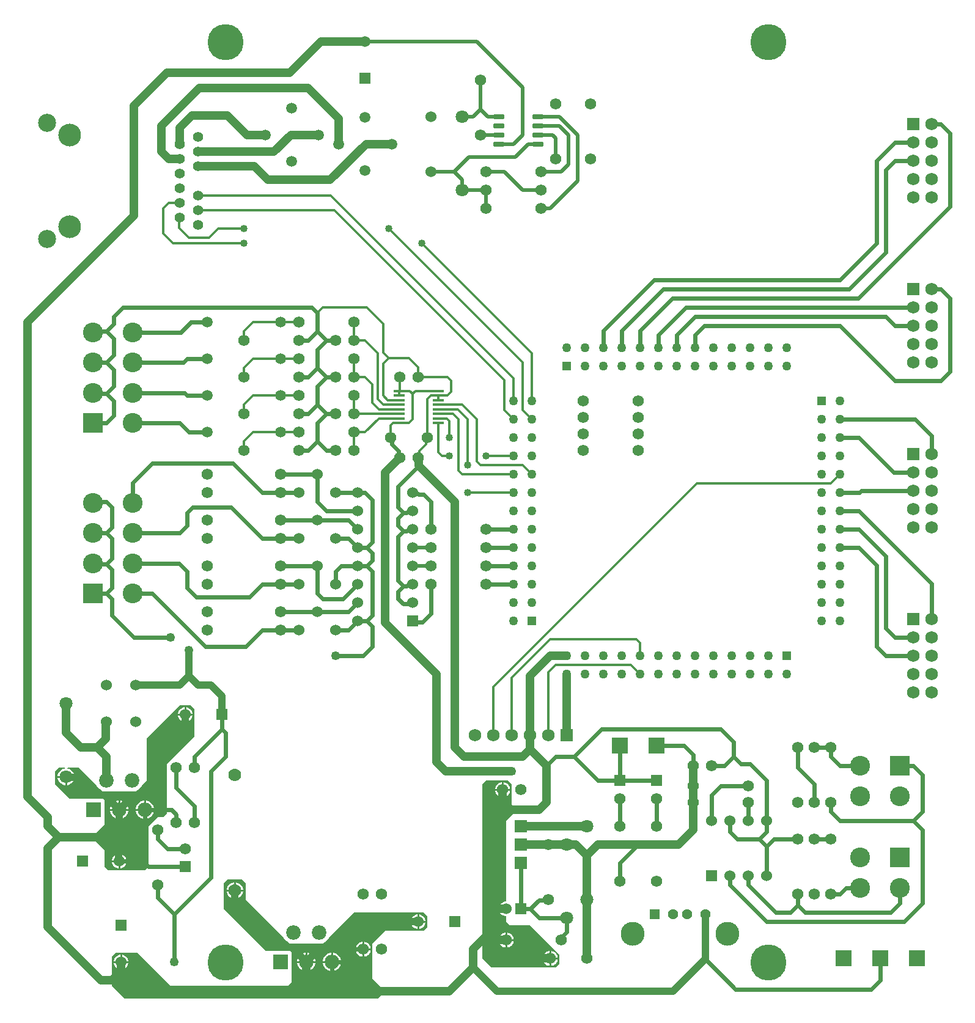
<source format=gbl>
G04*
G04 #@! TF.GenerationSoftware,Altium Limited,Altium Designer,22.6.1 (34)*
G04*
G04 Layer_Physical_Order=2*
G04 Layer_Color=16711680*
%FSLAX25Y25*%
%MOIN*%
G70*
G04*
G04 #@! TF.SameCoordinates,AF77A519-CAE8-4CE4-B455-2A79372E2E6D*
G04*
G04*
G04 #@! TF.FilePolarity,Positive*
G04*
G01*
G75*
%ADD34C,0.07000*%
%ADD43R,0.07000X0.07000*%
%ADD61C,0.02000*%
%ADD62C,0.02362*%
%ADD63C,0.04724*%
%ADD64C,0.01378*%
%ADD65R,0.10827X0.10827*%
%ADD66C,0.10827*%
%ADD67C,0.05622*%
%ADD68C,0.13055*%
%ADD69R,0.05622X0.05622*%
%ADD70C,0.05512*%
%ADD71C,0.12402*%
%ADD72C,0.09843*%
%ADD73C,0.06200*%
%ADD74C,0.06000*%
%ADD75R,0.09055X0.09055*%
%ADD76R,0.07950X0.07950*%
%ADD77C,0.07950*%
%ADD78C,0.05906*%
%ADD79R,0.06000X0.06000*%
%ADD80R,0.06000X0.06000*%
%ADD81C,0.19685*%
%ADD82R,0.06200X0.06200*%
%ADD83C,0.07087*%
%ADD84R,0.06890X0.06890*%
%ADD85C,0.06890*%
%ADD86C,0.05000*%
%ADD87R,0.05000X0.05000*%
%ADD88R,0.05000X0.05000*%
%ADD89R,0.06890X0.06890*%
%ADD90C,0.04921*%
%ADD91C,0.04000*%
G04:AMPARAMS|DCode=92|XSize=61.02mil|YSize=23.62mil|CornerRadius=2.95mil|HoleSize=0mil|Usage=FLASHONLY|Rotation=180.000|XOffset=0mil|YOffset=0mil|HoleType=Round|Shape=RoundedRectangle|*
%AMROUNDEDRECTD92*
21,1,0.06102,0.01772,0,0,180.0*
21,1,0.05512,0.02362,0,0,180.0*
1,1,0.00591,-0.02756,0.00886*
1,1,0.00591,0.02756,0.00886*
1,1,0.00591,0.02756,-0.00886*
1,1,0.00591,-0.02756,-0.00886*
%
%ADD92ROUNDEDRECTD92*%
%ADD93R,0.06300X0.01614*%
%ADD94C,0.03937*%
%ADD95C,0.04000*%
G36*
X111000Y163000D02*
Y148000D01*
X98285Y135285D01*
X97888Y135056D01*
X96944Y134112D01*
X96715Y133715D01*
X96000Y133000D01*
Y131923D01*
X95932Y131667D01*
Y130333D01*
X96000Y130077D01*
Y116500D01*
X96000Y109000D01*
X96000Y109000D01*
Y106000D01*
X94000Y104000D01*
X91000D01*
X88285Y101285D01*
X87888Y101056D01*
X86944Y100112D01*
X86715Y99715D01*
X86000Y99000D01*
Y97923D01*
X85931Y97667D01*
Y96333D01*
X86000Y96077D01*
Y77000D01*
X84000Y75000D01*
X64000D01*
X62000Y77000D01*
Y86000D01*
X57000Y91000D01*
Y95000D01*
X62000Y100000D01*
Y113000D01*
X61944Y113057D01*
Y113944D01*
X61057D01*
X61000Y114000D01*
X43000D01*
X35000Y122000D01*
Y129000D01*
X37000Y131000D01*
X40174D01*
X40240Y130500D01*
X39246Y130234D01*
X38210Y129636D01*
X37365Y128790D01*
X36766Y127754D01*
X36457Y126598D01*
Y126500D01*
X41000D01*
X45543D01*
Y126598D01*
X45234Y127754D01*
X44635Y128790D01*
X43790Y129636D01*
X42754Y130234D01*
X41760Y130500D01*
X41826Y131000D01*
X48000D01*
X57675Y121325D01*
X57733Y121185D01*
X58383Y120211D01*
X59211Y119383D01*
X60185Y118733D01*
X60325Y118675D01*
X61000Y118000D01*
X79000D01*
X79675Y118675D01*
X79815Y118733D01*
X80789Y119383D01*
X81617Y120211D01*
X82267Y121185D01*
X82325Y121325D01*
X85000Y124000D01*
Y147000D01*
X103000Y165000D01*
X109000D01*
X111000Y163000D01*
D02*
G37*
G36*
X284000Y122000D02*
Y119923D01*
X283931Y119667D01*
Y118333D01*
X284000Y118077D01*
X284000Y111000D01*
X287000Y108000D01*
X281000Y102000D01*
Y58000D01*
X280473D01*
X279456Y57727D01*
X278544Y57201D01*
X277799Y56456D01*
X277273Y55544D01*
X277000Y54527D01*
Y54500D01*
X281000D01*
Y53500D01*
X277000D01*
Y53473D01*
X277273Y52456D01*
X277799Y51544D01*
X278544Y50799D01*
X279456Y50273D01*
X280473Y50000D01*
X281000D01*
Y47000D01*
X283000Y45000D01*
X294000D01*
X310000Y29000D01*
X310000D01*
Y24000D01*
X308000Y22000D01*
X273000D01*
X268000Y27000D01*
Y122000D01*
X270000Y124000D01*
X282000D01*
X284000Y122000D01*
D02*
G37*
G36*
X139000Y68000D02*
Y59000D01*
X159675Y38325D01*
X159733Y38185D01*
X160383Y37211D01*
X161211Y36383D01*
X162185Y35733D01*
X162325Y35675D01*
X163000Y35000D01*
X181000Y35000D01*
X181675Y35675D01*
X181815Y35733D01*
X182789Y36383D01*
X183617Y37211D01*
X184267Y38185D01*
X184325Y38325D01*
X198000Y52000D01*
X236000D01*
X238000Y50000D01*
Y44000D01*
X236000Y42000D01*
X215000D01*
X208000Y35000D01*
Y32923D01*
X207931Y32667D01*
Y31333D01*
X208000Y31077D01*
Y16000D01*
X213000Y11000D01*
Y7000D01*
X211000Y5000D01*
X205000D01*
X161000Y5000D01*
X73000D01*
X66000Y12000D01*
Y28000D01*
X68000Y30000D01*
X80000D01*
X98000Y12000D01*
X162000D01*
X164000Y14000D01*
Y30000D01*
X163944Y30057D01*
Y30944D01*
X163057D01*
X163000Y31000D01*
X150000D01*
X127000Y54000D01*
Y68000D01*
X129000Y70000D01*
X137000D01*
X139000Y68000D01*
D02*
G37*
%LPC*%
G36*
X106527Y164000D02*
X106500D01*
Y160500D01*
X110000D01*
Y160527D01*
X109727Y161544D01*
X109201Y162456D01*
X108456Y163201D01*
X107544Y163727D01*
X106527Y164000D01*
D02*
G37*
G36*
X105500D02*
X105473D01*
X104456Y163727D01*
X103544Y163201D01*
X102799Y162456D01*
X102273Y161544D01*
X102000Y160527D01*
Y160500D01*
X105500D01*
Y164000D01*
D02*
G37*
G36*
X110000Y159500D02*
X106500D01*
Y156000D01*
X106527D01*
X107544Y156273D01*
X108456Y156799D01*
X109201Y157544D01*
X109727Y158456D01*
X110000Y159473D01*
Y159500D01*
D02*
G37*
G36*
X105500D02*
X102000D01*
Y159473D01*
X102273Y158456D01*
X102799Y157544D01*
X103544Y156799D01*
X104456Y156273D01*
X105473Y156000D01*
X105500D01*
Y159500D01*
D02*
G37*
G36*
X45543Y125500D02*
X41500D01*
Y121457D01*
X41598D01*
X42754Y121766D01*
X43790Y122364D01*
X44635Y123210D01*
X45234Y124246D01*
X45543Y125402D01*
Y125500D01*
D02*
G37*
G36*
X40500D02*
X36457D01*
Y125402D01*
X36766Y124246D01*
X37365Y123210D01*
X38210Y122364D01*
X39246Y121766D01*
X40402Y121457D01*
X40500D01*
Y125500D01*
D02*
G37*
G36*
X84655Y112975D02*
X84500D01*
Y108500D01*
X88975D01*
Y108655D01*
X88636Y109920D01*
X87981Y111055D01*
X87055Y111981D01*
X85920Y112636D01*
X84655Y112975D01*
D02*
G37*
G36*
X83500D02*
X83345D01*
X82080Y112636D01*
X80945Y111981D01*
X80019Y111055D01*
X79364Y109920D01*
X79025Y108655D01*
Y108500D01*
X83500D01*
Y112975D01*
D02*
G37*
G36*
X70655D02*
X70500D01*
Y108500D01*
X74975D01*
Y108655D01*
X74636Y109920D01*
X73981Y111055D01*
X73055Y111981D01*
X71920Y112636D01*
X70655Y112975D01*
D02*
G37*
G36*
X69500D02*
X69345D01*
X68080Y112636D01*
X66945Y111981D01*
X66019Y111055D01*
X65364Y109920D01*
X65025Y108655D01*
Y108500D01*
X69500D01*
Y112975D01*
D02*
G37*
G36*
X88975Y107500D02*
X84500D01*
Y103025D01*
X84655D01*
X85920Y103364D01*
X87055Y104019D01*
X87981Y104945D01*
X88636Y106080D01*
X88975Y107345D01*
Y107500D01*
D02*
G37*
G36*
X83500D02*
X79025D01*
Y107345D01*
X79364Y106080D01*
X80019Y104945D01*
X80945Y104019D01*
X82080Y103364D01*
X83345Y103025D01*
X83500D01*
Y107500D01*
D02*
G37*
G36*
X74975D02*
X70500D01*
Y103025D01*
X70655D01*
X71920Y103364D01*
X73055Y104019D01*
X73981Y104945D01*
X74636Y106080D01*
X74975Y107345D01*
Y107500D01*
D02*
G37*
G36*
X69500D02*
X65025D01*
Y107345D01*
X65364Y106080D01*
X66019Y104945D01*
X66945Y104019D01*
X68080Y103364D01*
X69345Y103025D01*
X69500D01*
Y107500D01*
D02*
G37*
G36*
X70527Y84000D02*
X70500D01*
Y80500D01*
X74000D01*
Y80527D01*
X73727Y81544D01*
X73201Y82456D01*
X72456Y83201D01*
X71544Y83727D01*
X70527Y84000D01*
D02*
G37*
G36*
X69500D02*
X69473D01*
X68456Y83727D01*
X67544Y83201D01*
X66799Y82456D01*
X66273Y81544D01*
X66000Y80527D01*
Y80500D01*
X69500D01*
Y84000D01*
D02*
G37*
G36*
X74000Y79500D02*
X70500D01*
Y76000D01*
X70527D01*
X71544Y76273D01*
X72456Y76799D01*
X73201Y77544D01*
X73727Y78456D01*
X74000Y79473D01*
Y79500D01*
D02*
G37*
G36*
X69500D02*
X66000D01*
Y79473D01*
X66273Y78456D01*
X66799Y77544D01*
X67544Y76799D01*
X68456Y76273D01*
X69473Y76000D01*
X69500D01*
Y79500D01*
D02*
G37*
G36*
X279540Y123100D02*
X279500D01*
Y119500D01*
X283100D01*
Y119540D01*
X282821Y120582D01*
X282281Y121518D01*
X281518Y122281D01*
X280582Y122821D01*
X279540Y123100D01*
D02*
G37*
G36*
X278500D02*
X278460D01*
X277417Y122821D01*
X276483Y122281D01*
X275719Y121518D01*
X275179Y120582D01*
X274900Y119540D01*
Y119500D01*
X278500D01*
Y123100D01*
D02*
G37*
G36*
X283100Y118500D02*
X279500D01*
Y114900D01*
X279540D01*
X280582Y115179D01*
X281518Y115719D01*
X282281Y116482D01*
X282821Y117418D01*
X283100Y118460D01*
Y118500D01*
D02*
G37*
G36*
X278500D02*
X274900D01*
Y118460D01*
X275179Y117418D01*
X275719Y116482D01*
X276483Y115719D01*
X277417Y115179D01*
X278460Y114900D01*
X278500D01*
Y118500D01*
D02*
G37*
G36*
X281540Y41100D02*
X281500D01*
Y37500D01*
X285100D01*
Y37540D01*
X284821Y38583D01*
X284281Y39518D01*
X283518Y40281D01*
X282582Y40821D01*
X281540Y41100D01*
D02*
G37*
G36*
X280500D02*
X280460D01*
X279417Y40821D01*
X278483Y40281D01*
X277719Y39518D01*
X277179Y38583D01*
X276900Y37540D01*
Y37500D01*
X280500D01*
Y41100D01*
D02*
G37*
G36*
X285100Y36500D02*
X281500D01*
Y32900D01*
X281540D01*
X282582Y33179D01*
X283518Y33719D01*
X284281Y34482D01*
X284821Y35418D01*
X285100Y36460D01*
Y36500D01*
D02*
G37*
G36*
X280500D02*
X276900D01*
Y36460D01*
X277179Y35418D01*
X277719Y34482D01*
X278483Y33719D01*
X279417Y33179D01*
X280460Y32900D01*
X280500D01*
Y36500D01*
D02*
G37*
G36*
X305540Y31100D02*
X305500D01*
Y27500D01*
X309100D01*
Y27540D01*
X308821Y28583D01*
X308281Y29517D01*
X307518Y30281D01*
X306582Y30821D01*
X305540Y31100D01*
D02*
G37*
G36*
X304500D02*
X304460D01*
X303417Y30821D01*
X302483Y30281D01*
X301719Y29517D01*
X301179Y28583D01*
X300900Y27540D01*
Y27500D01*
X304500D01*
Y31100D01*
D02*
G37*
G36*
X305000Y27000D02*
D01*
D01*
D01*
D02*
G37*
G36*
X309100Y26500D02*
X305500D01*
Y22900D01*
X305540D01*
X306582Y23179D01*
X307518Y23719D01*
X308281Y24483D01*
X308821Y25418D01*
X309100Y26460D01*
Y26500D01*
D02*
G37*
G36*
X304500D02*
X300900D01*
Y26460D01*
X301179Y25418D01*
X301719Y24483D01*
X302483Y23719D01*
X303417Y23179D01*
X304460Y22900D01*
X304500D01*
Y26500D01*
D02*
G37*
G36*
X133592Y68500D02*
X133500D01*
Y64500D01*
X137500D01*
Y64592D01*
X137193Y65737D01*
X136601Y66763D01*
X135763Y67601D01*
X134737Y68193D01*
X133592Y68500D01*
D02*
G37*
G36*
X132500D02*
X132408D01*
X131263Y68193D01*
X130237Y67601D01*
X129399Y66763D01*
X128807Y65737D01*
X128500Y64592D01*
Y64500D01*
X132500D01*
Y68500D01*
D02*
G37*
G36*
X137500Y63500D02*
X133500D01*
Y59500D01*
X133592D01*
X134737Y59807D01*
X135763Y60399D01*
X136601Y61237D01*
X137193Y62263D01*
X137500Y63408D01*
Y63500D01*
D02*
G37*
G36*
X132500D02*
X128500D01*
Y63408D01*
X128807Y62263D01*
X129399Y61237D01*
X130237Y60399D01*
X131263Y59807D01*
X132408Y59500D01*
X132500D01*
Y63500D01*
D02*
G37*
G36*
X233527Y51000D02*
X233500D01*
Y47500D01*
X237000D01*
Y47527D01*
X236727Y48544D01*
X236201Y49456D01*
X235456Y50201D01*
X234544Y50727D01*
X233527Y51000D01*
D02*
G37*
G36*
X232500D02*
X232473D01*
X231456Y50727D01*
X230544Y50201D01*
X229799Y49456D01*
X229273Y48544D01*
X229000Y47527D01*
Y47500D01*
X232500D01*
Y51000D01*
D02*
G37*
G36*
X237000Y46500D02*
X233500D01*
Y43000D01*
X233527D01*
X234544Y43273D01*
X235456Y43799D01*
X236201Y44544D01*
X236727Y45456D01*
X237000Y46473D01*
Y46500D01*
D02*
G37*
G36*
X232500D02*
X229000D01*
Y46473D01*
X229273Y45456D01*
X229799Y44544D01*
X230544Y43799D01*
X231456Y43273D01*
X232473Y43000D01*
X232500D01*
Y46500D01*
D02*
G37*
G36*
X203540Y36100D02*
X203500D01*
Y32500D01*
X207100D01*
Y32540D01*
X206821Y33582D01*
X206281Y34517D01*
X205518Y35281D01*
X204583Y35821D01*
X203540Y36100D01*
D02*
G37*
G36*
X202500D02*
X202460D01*
X201417Y35821D01*
X200483Y35281D01*
X199719Y34517D01*
X199179Y33582D01*
X198900Y32540D01*
Y32500D01*
X202500D01*
Y36100D01*
D02*
G37*
G36*
X207100Y31500D02*
X203500D01*
Y27900D01*
X203540D01*
X204583Y28179D01*
X205518Y28719D01*
X206281Y29482D01*
X206821Y30417D01*
X207100Y31460D01*
Y31500D01*
D02*
G37*
G36*
X202500D02*
X198900D01*
Y31460D01*
X199179Y30417D01*
X199719Y29482D01*
X200483Y28719D01*
X201417Y28179D01*
X202460Y27900D01*
X202500D01*
Y31500D01*
D02*
G37*
G36*
X71527Y29000D02*
X71500D01*
Y25500D01*
X75000D01*
Y25527D01*
X74727Y26544D01*
X74201Y27456D01*
X73456Y28201D01*
X72544Y28727D01*
X71527Y29000D01*
D02*
G37*
G36*
X70500D02*
X70473D01*
X69456Y28727D01*
X68544Y28201D01*
X67799Y27456D01*
X67273Y26544D01*
X67000Y25527D01*
Y25500D01*
X70500D01*
Y29000D01*
D02*
G37*
G36*
X186655Y29975D02*
X186500D01*
Y25500D01*
X190975D01*
Y25655D01*
X190636Y26920D01*
X189981Y28055D01*
X189055Y28981D01*
X187920Y29636D01*
X186655Y29975D01*
D02*
G37*
G36*
X185500D02*
X185345D01*
X184080Y29636D01*
X182945Y28981D01*
X182019Y28055D01*
X181364Y26920D01*
X181025Y25655D01*
Y25500D01*
X185500D01*
Y29975D01*
D02*
G37*
G36*
X172655D02*
X172500D01*
Y25500D01*
X176975D01*
Y25655D01*
X176636Y26920D01*
X175981Y28055D01*
X175055Y28981D01*
X173920Y29636D01*
X172655Y29975D01*
D02*
G37*
G36*
X171500D02*
X171345D01*
X170080Y29636D01*
X168945Y28981D01*
X168019Y28055D01*
X167364Y26920D01*
X167025Y25655D01*
Y25500D01*
X171500D01*
Y29975D01*
D02*
G37*
G36*
X75000Y24500D02*
X71500D01*
Y21000D01*
X71527D01*
X72544Y21273D01*
X73456Y21799D01*
X74201Y22544D01*
X74727Y23456D01*
X75000Y24473D01*
Y24500D01*
D02*
G37*
G36*
X70500D02*
X67000D01*
Y24473D01*
X67273Y23456D01*
X67799Y22544D01*
X68544Y21799D01*
X69456Y21273D01*
X70473Y21000D01*
X70500D01*
Y24500D01*
D02*
G37*
G36*
X190975Y24500D02*
X186500D01*
Y20025D01*
X186655D01*
X187920Y20364D01*
X189055Y21019D01*
X189981Y21945D01*
X190636Y23080D01*
X190975Y24345D01*
Y24500D01*
D02*
G37*
G36*
X185500D02*
X181025D01*
Y24345D01*
X181364Y23080D01*
X182019Y21945D01*
X182945Y21019D01*
X184080Y20364D01*
X185345Y20025D01*
X185500D01*
Y24500D01*
D02*
G37*
G36*
X176975D02*
X172500D01*
Y20025D01*
X172655D01*
X173920Y20364D01*
X175055Y21019D01*
X175981Y21945D01*
X176636Y23080D01*
X176975Y24345D01*
Y24500D01*
D02*
G37*
G36*
X171500D02*
X167025D01*
Y24345D01*
X167364Y23080D01*
X168019Y21945D01*
X168945Y21019D01*
X170080Y20364D01*
X171345Y20025D01*
X171500D01*
Y24500D01*
D02*
G37*
%LPD*%
D34*
X133000Y127000D02*
D03*
Y64000D02*
D03*
D43*
X289000Y89000D02*
D03*
Y99000D02*
D03*
Y79000D02*
D03*
D61*
X270000Y456000D02*
X280000D01*
X290000Y446000D02*
X300000D01*
X280000Y456000D02*
X290000Y446000D01*
X270000Y436000D02*
Y446000D01*
X305000Y436000D02*
X320000Y451000D01*
X300000Y436000D02*
X305000D01*
X240000Y456000D02*
X252551D01*
X204000Y527000D02*
X265000D01*
X290000Y502000D01*
Y476000D02*
Y502000D01*
X285000Y471000D02*
X290000Y476000D01*
X277000Y471000D02*
X285000D01*
X286000Y464000D02*
X293000Y471000D01*
X260551Y464000D02*
X286000D01*
X293000Y471000D02*
X298260D01*
X257000Y486000D02*
X263000D01*
X267000Y490000D01*
Y506000D01*
Y490000D02*
X271000Y486000D01*
X277000D01*
X257000Y446000D02*
Y451551D01*
X267000Y476000D02*
X277000D01*
X252551Y456000D02*
X260551Y464000D01*
X252551Y456000D02*
X257000Y451551D01*
Y446000D02*
X270000D01*
X300000Y456000D02*
X311000D01*
X306449Y476000D02*
X308000Y474449D01*
X310000Y481000D02*
X315000Y476000D01*
Y460000D02*
Y476000D01*
X311000Y456000D02*
X315000Y460000D01*
X320000Y451000D02*
Y476000D01*
X298260D02*
X306449D01*
X308000Y463000D02*
Y474449D01*
X310000Y486000D02*
X320000Y476000D01*
X298260Y486000D02*
X310000D01*
X298260Y481000D02*
X310000D01*
X230000Y241000D02*
X240000D01*
X230000Y251000D02*
X240000D01*
D62*
X186000Y17000D02*
X194000Y9000D01*
X186000Y17000D02*
Y25000D01*
X199000Y32000D02*
X203000D01*
X186000Y25000D02*
X192000D01*
X199000Y32000D01*
X101000Y101000D02*
Y105500D01*
X84000Y108000D02*
X98500D01*
X101000Y105500D01*
X84000Y102488D02*
Y108000D01*
X69756Y88244D02*
X84000Y102488D01*
X195000Y206000D02*
X200000Y211000D01*
X195000Y216000D02*
X200000Y221000D01*
X158000Y241000D02*
X178000D01*
X158000Y231000D02*
X168000D01*
X191000Y241000D02*
X200000D01*
X188000Y238000D02*
X191000Y241000D01*
X188000Y231000D02*
Y238000D01*
X178000Y226000D02*
Y241000D01*
Y226000D02*
X181000Y223000D01*
X192000D01*
X200000Y231000D01*
X107000Y229000D02*
X112000Y224000D01*
X200000Y241000D02*
X205000D01*
X183000Y364000D02*
X188000D01*
X178000Y369000D02*
X183000Y364000D01*
X66000Y214000D02*
X78000Y202000D01*
X77252Y225929D02*
X88071D01*
X77252Y242465D02*
X102535D01*
X77252Y259000D02*
X103000D01*
X77252Y275535D02*
Y286252D01*
X55598Y225929D02*
X55669Y226000D01*
X63000D02*
X66000Y229000D01*
X55669Y226000D02*
X63000D01*
X66000Y223000D01*
Y214000D02*
Y223000D01*
X63000Y242000D02*
X66000Y245000D01*
X63000Y259000D02*
X66000Y262000D01*
X55598Y259000D02*
X63000D01*
X56063Y242000D02*
X63000D01*
Y259000D02*
X66000Y256000D01*
Y245000D02*
Y256000D01*
X55598Y242465D02*
X56063Y242000D01*
X63000D02*
X66000Y239000D01*
Y229000D02*
Y239000D01*
X55598Y275535D02*
X56063Y276000D01*
X63000D02*
X66000Y273000D01*
X56063Y276000D02*
X63000D01*
X66000Y262000D02*
Y273000D01*
X78000Y202000D02*
X98000D01*
X70000Y80000D02*
X83000D01*
X378000Y143000D02*
X383000Y138000D01*
X363000Y143000D02*
X378000D01*
X383000Y132000D02*
Y138000D01*
X343000Y123900D02*
Y143000D01*
Y123900D02*
X363000D01*
X485000Y15000D02*
Y27000D01*
X406118Y10000D02*
X480000D01*
X485000Y15000D01*
X100000Y51000D02*
X120000Y71000D01*
Y129000D01*
X100000Y25000D02*
Y51000D01*
X91000Y60000D02*
Y67000D01*
Y60000D02*
X100000Y51000D01*
X389559Y26559D02*
X406118Y10000D01*
X343000Y99000D02*
Y114200D01*
X363000Y99000D02*
Y114200D01*
X318000Y137000D02*
X331000Y124000D01*
X342908D01*
X308000Y137000D02*
X318000D01*
X333000Y152000D02*
X398000D01*
X318000Y137000D02*
X333000Y152000D01*
X85900Y77100D02*
X106000D01*
X83000Y80000D02*
X85900Y77100D01*
X343000Y79000D02*
X353000Y89000D01*
X343000Y69000D02*
Y79000D01*
X91000Y92000D02*
Y97000D01*
Y92000D02*
X96200Y86800D01*
X106000D01*
X423000Y47000D02*
X498000D01*
X403000Y67000D02*
X423000Y47000D01*
Y47000D02*
Y47000D01*
X428000Y52000D02*
X436000D01*
X413000Y67000D02*
X428000Y52000D01*
X393000Y132000D02*
X400000D01*
X405000Y137000D01*
Y145000D01*
X414000Y133000D02*
X423000Y124000D01*
X405000Y137000D02*
X409000Y133000D01*
X414000D01*
X427000Y92000D02*
X440000D01*
X423000Y88000D02*
X427000Y92000D01*
X403000Y67000D02*
Y72000D01*
X413000Y67000D02*
Y72000D01*
X398000Y152000D02*
X405000Y145000D01*
X423000Y102000D02*
Y124000D01*
X449000Y92000D02*
X458000D01*
X436000Y52000D02*
X440000Y56000D01*
X444000Y52000D01*
X440000Y56000D02*
Y62000D01*
X120000Y129000D02*
X128000Y137000D01*
X126000Y152000D02*
X128000Y150000D01*
Y137000D02*
Y150000D01*
X126000Y152000D02*
Y160000D01*
X111000Y137000D02*
X126000Y152000D01*
X111000Y131000D02*
Y137000D01*
X117000Y197000D02*
X139000D01*
X88071Y225929D02*
X117000Y197000D01*
X77252Y286252D02*
X88000Y297000D01*
X55669Y319000D02*
X63000D01*
X55598Y318929D02*
X55669Y319000D01*
X67000Y323000D02*
Y331000D01*
X63000Y319000D02*
X67000Y323000D01*
X63000Y335000D02*
X67000Y331000D01*
X55598Y335465D02*
X56063Y335000D01*
X63000D01*
X67000Y339000D01*
Y348000D01*
X63000Y352000D02*
X67000Y348000D01*
X55598Y352000D02*
X63000D01*
X67000Y356000D01*
X63000Y369000D02*
X67000Y365000D01*
Y356000D02*
Y365000D01*
X55598Y368535D02*
X56063Y369000D01*
X63000D01*
X67000Y373000D01*
Y377000D01*
X72000Y382000D01*
X498000Y47000D02*
X508000Y57000D01*
Y97000D01*
X503000Y102000D02*
X508000Y97000D01*
X495653Y57000D02*
Y65465D01*
X490654Y52000D02*
X495653Y57000D01*
X444000Y52000D02*
X490654D01*
X458000Y62000D02*
X463000D01*
X466427Y65427D01*
X458000Y107000D02*
X463000Y102000D01*
X503000D01*
X458000Y107000D02*
Y112000D01*
X463000Y132000D02*
X474000D01*
X458000Y137000D02*
X463000Y132000D01*
X458000Y137000D02*
Y142000D01*
X398000Y121000D02*
X413000D01*
Y102000D02*
Y112000D01*
X440000Y131000D02*
X449000Y122000D01*
X440000Y131000D02*
Y142000D01*
X449000Y112000D02*
Y122000D01*
X466427Y65427D02*
X473962D01*
X474000Y65465D01*
X393000Y116000D02*
X398000Y121000D01*
X393000Y102000D02*
Y116000D01*
X423000Y72000D02*
Y88000D01*
Y96000D02*
Y102000D01*
X419000Y92000D02*
X423000Y88000D01*
X403000Y96000D02*
Y102000D01*
X419000Y92000D02*
X423000Y96000D01*
X407000Y92000D02*
X419000D01*
X403000Y96000D02*
X407000Y92000D01*
X503000Y102000D02*
X508000Y107000D01*
X503000Y132000D02*
X508000Y127000D01*
Y107000D02*
Y127000D01*
X495653Y132000D02*
X503000D01*
X303000Y132000D02*
X308000Y137000D01*
X449000Y142000D02*
X458000D01*
X208000Y197000D02*
Y208000D01*
X205000Y211000D02*
X208000Y208000D01*
X203000Y192000D02*
X208000Y197000D01*
X188000Y192000D02*
X203000D01*
X311000Y38305D02*
X314000Y41305D01*
Y49000D01*
X299000D02*
X314000D01*
X294000Y54000D02*
X299000Y49000D01*
X294000Y54000D02*
X298833Y58833D01*
X303833D02*
X304000Y59000D01*
X298833Y58833D02*
X303833D01*
X289000Y54000D02*
X294000D01*
X289000D02*
Y79000D01*
X379000Y382000D02*
X503000D01*
X488000Y192000D02*
X503000D01*
X493000Y202000D02*
X503000D01*
X513000Y212000D02*
Y231347D01*
X473347Y271000D02*
X513000Y231347D01*
X474653Y282000D02*
X503000D01*
X492346Y292000D02*
X503000D01*
X513000Y302000D02*
Y312000D01*
X504000Y321000D02*
X513000Y312000D01*
X463000Y321000D02*
X504000D01*
X493000Y342000D02*
X518000D01*
X493000Y372000D02*
X503000D01*
X473000Y387000D02*
X523000Y437000D01*
X493000Y462000D02*
X503000D01*
X493000Y472000D02*
X503000D01*
X518000Y342000D02*
X523000Y347000D01*
Y387000D01*
X518000Y392000D02*
X523000Y387000D01*
X513000Y392000D02*
X518000D01*
X523000Y437000D02*
Y477000D01*
X518000Y482000D02*
X523000Y477000D01*
X513000Y482000D02*
X518000D01*
X101000Y120000D02*
Y131000D01*
Y120000D02*
X111000Y110000D01*
Y101000D02*
Y110000D01*
X108000Y314000D02*
X118000D01*
X103071Y318929D02*
X108000Y314000D01*
X77252Y318929D02*
X103071D01*
X109000Y374000D02*
X118000D01*
X103535Y368535D02*
X109000Y374000D01*
X77252Y368535D02*
X103535D01*
X107000Y354000D02*
X118000D01*
X105000Y352000D02*
X107000Y354000D01*
X77252Y352000D02*
X105000D01*
X107000Y334000D02*
X118000D01*
X77252Y335465D02*
X105535D01*
X107000Y334000D01*
Y270000D02*
X110000Y273000D01*
X103000Y259000D02*
X107000Y263000D01*
Y270000D01*
X148000Y206000D02*
X158000D01*
X139000Y197000D02*
X148000Y206000D01*
X158000D02*
X168000D01*
X148000Y231000D02*
X158000D01*
X112000Y224000D02*
X141000D01*
X148000Y231000D01*
X132000Y297000D02*
X148000Y281000D01*
X88000Y297000D02*
X132000D01*
X148000Y281000D02*
X158000D01*
X168000D01*
X131000Y273000D02*
X148000Y256000D01*
X110000Y273000D02*
X131000D01*
X107000Y229000D02*
Y238000D01*
X102535Y242465D02*
X107000Y238000D01*
X175000Y382000D02*
X178000Y379000D01*
X72000Y382000D02*
X175000D01*
X168000Y364000D02*
X173000D01*
X168000Y344000D02*
X173000D01*
X168000Y324000D02*
X173000D01*
X168000Y304000D02*
X173000D01*
X222000Y284435D02*
X233282Y295718D01*
X222000Y273084D02*
Y284435D01*
Y273084D02*
X225000Y270084D01*
X188000Y281000D02*
X200000D01*
X183000Y271000D02*
X200000D01*
X188000Y206000D02*
X195000D01*
X178000Y216000D02*
X195000D01*
X200000Y211000D02*
X205000D01*
X208000Y214000D01*
Y238000D01*
X205000Y241000D02*
X208000Y238000D01*
X205000Y241000D02*
X208000Y244000D01*
X205000Y251000D02*
X208000Y248000D01*
Y244000D02*
Y248000D01*
X200000Y251000D02*
X205000D01*
X208000Y254000D02*
Y277084D01*
X205000Y251000D02*
X208000Y254000D01*
X195000Y256000D02*
X200000Y251000D01*
X195000Y266000D02*
X200000Y261000D01*
Y281000D02*
X204084D01*
X208000Y277084D01*
X222266Y300734D02*
Y303734D01*
Y300734D02*
X223000Y300000D01*
X218000Y311000D02*
X218734Y310266D01*
Y307266D02*
Y310266D01*
Y307266D02*
X222266Y303734D01*
X222870Y343770D02*
X223000Y343900D01*
X361653Y397000D02*
X463000D01*
X334000Y369346D02*
X361653Y397000D01*
X366653Y392000D02*
X468000D01*
X488000Y412000D01*
Y457000D01*
X344000Y369346D02*
X366653Y392000D01*
X371654Y387000D02*
X473000D01*
X354000Y369346D02*
X371654Y387000D01*
X364000Y360000D02*
Y367000D01*
X379000Y382000D01*
X374000Y367000D02*
X384000Y377000D01*
X374000Y360000D02*
Y367000D01*
X384000Y377000D02*
X488000D01*
X493000Y372000D01*
X389000D02*
X463000D01*
X384000Y367000D02*
X389000Y372000D01*
X384000Y360000D02*
Y367000D01*
X463000Y372000D02*
X493000Y342000D01*
X473347Y311000D02*
X492346Y292000D01*
X235916Y280084D02*
X240000Y276000D01*
X225000Y260084D02*
X226797D01*
X227018Y260304D01*
X229304D01*
X230000Y261000D01*
X225000Y230084D02*
X226797D01*
X227018Y230304D01*
X229304D01*
X226797Y220243D02*
X226858Y220304D01*
X229304D02*
X230000Y221000D01*
X230757Y210243D02*
X235159D01*
X233203Y280084D02*
X235916D01*
X230696Y280304D02*
X232982D01*
X222000Y267084D02*
X225000Y270084D01*
X232982Y280304D02*
X233203Y280084D01*
X225000Y270084D02*
X226797D01*
X222000Y263084D02*
Y267084D01*
X227018Y270304D02*
X229304D01*
X222000Y263084D02*
X225000Y260084D01*
X222000Y223084D02*
X224840Y220243D01*
X240000Y215084D02*
Y231653D01*
X226797Y270084D02*
X227018Y270304D01*
X230000Y211000D02*
X230757Y210243D01*
X224840Y220243D02*
X226797D01*
X222000Y233084D02*
Y257084D01*
X230000Y281000D02*
X230696Y280304D01*
X222000Y233084D02*
X225000Y230084D01*
X229304Y270304D02*
X230000Y271000D01*
X222000Y223084D02*
Y227084D01*
X229304Y230304D02*
X230000Y231000D01*
X222000Y257084D02*
X225000Y260084D01*
X222000Y227084D02*
X225000Y230084D01*
X235159Y210243D02*
X240000Y215084D01*
X226858Y220304D02*
X229304D01*
X483000Y462000D02*
X493000Y472000D01*
X483000Y417000D02*
Y462000D01*
X463000Y397000D02*
X483000Y417000D01*
X488000Y457000D02*
X493000Y462000D01*
X334000Y360000D02*
Y369346D01*
X344000Y360000D02*
Y369346D01*
X354000Y360000D02*
Y369346D01*
X463000Y271000D02*
X473347D01*
X463000Y311000D02*
X473347D01*
X463000Y281000D02*
X473654D01*
X474653Y282000D01*
X473347Y261000D02*
X488000Y246346D01*
Y207000D02*
Y246346D01*
Y207000D02*
X493000Y202000D01*
X463000Y261000D02*
X473347D01*
X463000Y251000D02*
X473347D01*
X483000Y197000D02*
Y241347D01*
X473347Y251000D02*
X483000Y241347D01*
Y197000D02*
X488000Y192000D01*
X173000Y364000D02*
X178000Y369000D01*
X173000Y344000D02*
X178000Y349000D01*
X173000Y324000D02*
X178000Y329000D01*
X173000Y304000D02*
X178000Y309000D01*
X183000Y304000D02*
X188000D01*
X178000Y309000D02*
X183000Y304000D01*
X178000Y309000D02*
Y319000D01*
X183000Y324000D01*
X188000D01*
X178000Y329000D02*
X183000Y324000D01*
X178000Y329000D02*
Y339000D01*
X183000Y344000D01*
X188000D01*
X178000Y349000D02*
X183000Y344000D01*
X178000Y359000D02*
X183000Y364000D01*
X178000Y349000D02*
Y359000D01*
Y369000D02*
Y379000D01*
X158000Y216000D02*
X178000D01*
X270000Y231000D02*
X285000D01*
X270000Y241000D02*
X285000D01*
X270000Y251000D02*
X285000D01*
X270000Y261000D02*
X285000D01*
X240000D02*
Y276000D01*
X188000Y256000D02*
X195000D01*
X158000D02*
X168000D01*
X148000D02*
X158000D01*
Y266000D02*
X178000D01*
X158000Y291000D02*
X178000D01*
Y266000D02*
X195000D01*
X178000Y276000D02*
X183000Y271000D01*
X178000Y276000D02*
Y291000D01*
D63*
X76000Y15000D02*
X90000D01*
X96000Y9000D02*
X163000D01*
X90000Y15000D02*
X96000Y9000D01*
X194000D02*
X250000D01*
X181000D02*
X194000D01*
X172000Y18000D02*
X181000Y9000D01*
X250000D02*
X263000Y22000D01*
X163000Y9000D02*
X172000Y18000D01*
X71000Y20000D02*
X76000Y15000D01*
X172000Y18000D02*
Y25000D01*
X71000Y20000D02*
Y25000D01*
X31000Y44000D02*
Y87000D01*
Y44000D02*
X60000Y15000D01*
X66000D01*
X71000Y20000D01*
X20000Y115000D02*
Y374000D01*
X62756Y146739D02*
Y155756D01*
X63000Y156000D01*
X58017Y142000D02*
X62756Y146739D01*
X41000Y150000D02*
Y166000D01*
Y150000D02*
X49000Y142000D01*
X58017D01*
X31000Y99000D02*
Y104000D01*
X20000Y115000D02*
X31000Y104000D01*
Y99000D02*
X37000Y93000D01*
X69756Y80244D02*
X70000Y80000D01*
X37000Y93000D02*
X65000D01*
X31000Y87000D02*
X37000Y93000D01*
X263000Y32000D02*
X271000Y40000D01*
X78000Y492000D02*
X96000Y510000D01*
X163000D02*
X180000Y527000D01*
X96000Y510000D02*
X163000D01*
X180000Y527000D02*
X204000D01*
X353000Y89000D02*
X375000D01*
X331000D02*
X353000D01*
X383000Y97000D02*
Y112000D01*
X375000Y89000D02*
X383000Y97000D01*
Y112000D02*
Y121000D01*
X20000Y374000D02*
X78000Y432000D01*
Y492000D01*
X189524Y471177D02*
Y485130D01*
X173000Y501653D02*
X189524Y485130D01*
X113654Y501653D02*
X173000D01*
X93039Y481039D02*
X113654Y501653D01*
X93039Y466961D02*
Y481039D01*
X97000Y463000D02*
X102988D01*
X93039Y466961D02*
X97000Y463000D01*
X113000Y467008D02*
X154354D01*
X113000Y459016D02*
X143638D01*
X103000Y471004D02*
Y480000D01*
X314000Y151000D02*
Y182000D01*
X263000Y22000D02*
Y32000D01*
X271000Y51000D02*
X274000Y54000D01*
X151000Y451653D02*
X185000D01*
X143638Y459016D02*
X151000Y451653D01*
X154354Y467008D02*
X163524Y476177D01*
X139476D02*
X149524D01*
X163524D02*
X178476D01*
X129000Y486654D02*
X139476Y476177D01*
X185000Y451653D02*
X204524Y471177D01*
X218476D01*
X103000Y480000D02*
X109653Y486654D01*
X129000D01*
X325000Y83000D02*
X331000Y89000D01*
X383000Y121000D02*
Y132000D01*
X303000Y112000D02*
Y132000D01*
X248000Y129000D02*
X284000D01*
X289000Y99000D02*
X325000D01*
X294000Y141000D02*
X303000Y132000D01*
X258000Y137000D02*
X290000D01*
X294000Y141000D02*
Y148653D01*
X290000Y137000D02*
X294000Y141000D01*
X253000Y142000D02*
Y276000D01*
Y142000D02*
X258000Y137000D01*
X283000Y108000D02*
X299000D01*
X303000Y112000D01*
X271000Y96000D02*
X283000Y108000D01*
X271000Y57000D02*
Y96000D01*
X279000Y112000D02*
X283000Y108000D01*
X279000Y112000D02*
Y119000D01*
X243000Y134000D02*
X248000Y129000D01*
X215000Y210000D02*
Y292000D01*
X243000Y134000D02*
Y182000D01*
X215000Y210000D02*
X243000Y182000D01*
X215000Y292000D02*
X223000Y300000D01*
X233282Y295718D02*
X253000Y276000D01*
X325000Y27000D02*
Y59000D01*
X274000Y27000D02*
X305000D01*
X271000Y30000D02*
X274000Y27000D01*
X271000Y34000D02*
X274000Y37000D01*
X271000Y30000D02*
Y34000D01*
X274000Y37000D02*
X281000D01*
X271000Y40000D02*
Y51000D01*
Y40000D02*
X274000Y37000D01*
Y54000D02*
X281000D01*
X271000Y57000D02*
X274000Y54000D01*
X314000Y89000D02*
X319000D01*
X325000Y59000D02*
Y83000D01*
X319000Y89000D02*
X325000Y83000D01*
X304000Y89000D02*
X314000D01*
X289000D02*
X304000D01*
X58017Y142000D02*
X63000Y137017D01*
Y124000D02*
Y137017D01*
X233000Y300000D02*
X233282Y299718D01*
Y295718D02*
Y299718D01*
X294000Y151000D02*
Y181000D01*
X305000Y192000D01*
X314000D01*
D64*
X158000Y374000D02*
X168000D01*
X143000D02*
X158000D01*
Y354000D02*
X168000D01*
X143000D02*
X158000D01*
Y334000D02*
X168000D01*
X143000D02*
X158000D01*
X295000Y331000D02*
Y357000D01*
X235000Y417000D02*
X295000Y357000D01*
X124000Y425000D02*
X138000D01*
X102677Y425323D02*
Y430921D01*
Y425323D02*
X108000Y420000D01*
X119000D02*
X124000Y425000D01*
X108000Y420000D02*
X119000D01*
X99347Y417000D02*
X138000D01*
X94000Y422346D02*
Y436000D01*
Y422346D02*
X99347Y417000D01*
X94000Y422346D02*
X94000Y422346D01*
X217000Y425000D02*
X290000Y352000D01*
X185315Y443032D02*
X285000Y343347D01*
X113000Y443032D02*
X185315D01*
X187307Y435039D02*
X280000Y342347D01*
X113000Y435039D02*
X187307D01*
X94000Y436000D02*
X96913Y438913D01*
X102677D01*
X311000Y37000D02*
Y38305D01*
X205000Y382000D02*
X214000Y373000D01*
X181000Y382000D02*
X205000D01*
X178000Y379000D02*
X181000Y382000D01*
X158000Y314000D02*
X168000D01*
X143000D02*
X158000D01*
X138000Y324000D02*
Y329000D01*
X143000Y334000D01*
X214000Y357246D02*
Y373000D01*
X204000Y364000D02*
X211000Y357000D01*
X198000Y364000D02*
X204000D01*
X211000Y332000D02*
Y357000D01*
X198000Y344000D02*
X204000D01*
X208000Y330000D02*
Y340000D01*
X204000Y344000D02*
X208000Y340000D01*
X211500Y326500D02*
X222740D01*
X208000Y330000D02*
X211500Y326500D01*
X211000Y332000D02*
X214000Y329000D01*
X222740D01*
X204000Y314000D02*
X211500Y321500D01*
X198000Y314000D02*
X204000D01*
X211500Y321500D02*
X222740D01*
X219370Y319000D02*
X222740D01*
X218000Y317630D02*
X219370Y319000D01*
X244000Y329000D02*
X257000D01*
X244000Y326500D02*
X254500D01*
X244000Y324000D02*
X252000D01*
X248500Y321500D02*
X250000Y320000D01*
X244000Y321500D02*
X248500D01*
X244000Y303000D02*
Y319000D01*
X238000Y311000D02*
Y331900D01*
X233776Y303776D02*
X237224Y307224D01*
X233000Y300000D02*
X233776Y300776D01*
Y303776D01*
X237224Y307224D02*
Y310224D01*
X238000Y311000D01*
X218000D02*
Y317630D01*
X214000Y333900D02*
X216400Y331500D01*
X214000Y333900D02*
Y351247D01*
Y357246D02*
X217000Y354246D01*
X228000D01*
X214000Y351247D02*
X217000Y354246D01*
X228100Y319000D02*
X230000Y320900D01*
Y334900D01*
X240100Y334000D02*
X244000D01*
X230000Y334900D02*
X231600Y336500D01*
X228400D02*
X230000Y334900D01*
X244000Y334000D02*
X249100D01*
X244000Y331500D02*
Y334000D01*
X233000Y343900D02*
X249000D01*
X251000Y335900D02*
Y341900D01*
X238000Y331900D02*
X240100Y334000D01*
X249100D02*
X251000Y335900D01*
X249000Y343900D02*
X251000Y341900D01*
X231600Y336500D02*
X244000D01*
X222740Y334000D02*
Y336500D01*
X216400Y331500D02*
X222740D01*
X233000Y343900D02*
Y349247D01*
X222870Y336874D02*
Y343770D01*
X228000Y354246D02*
X233000Y349247D01*
X222740Y336500D02*
X228400D01*
X198000Y324000D02*
X222740D01*
Y319000D02*
X228100D01*
X285000Y331000D02*
Y343347D01*
X280000Y326000D02*
Y342347D01*
Y326000D02*
X285000Y321000D01*
X290000Y326000D02*
Y352000D01*
Y326000D02*
X295000Y321000D01*
X254500Y326500D02*
X260000Y321000D01*
Y296000D02*
Y321000D01*
X304000Y151000D02*
Y183000D01*
X274000Y151000D02*
Y175000D01*
X284000Y151000D02*
Y180000D01*
X198000Y364000D02*
Y374000D01*
Y344000D02*
Y354000D01*
Y324000D02*
Y334000D01*
Y304000D02*
Y314000D01*
X138000Y304000D02*
Y309000D01*
X143000Y314000D01*
X138000Y344000D02*
Y349000D01*
X143000Y354000D01*
X138000Y364000D02*
Y369000D01*
X143000Y374000D01*
X385000Y286000D02*
X458000D01*
X463000Y291000D01*
X349000Y187000D02*
X354000Y182000D01*
X244000Y303000D02*
X246000Y301000D01*
X250000D01*
X255000Y293000D02*
Y321000D01*
Y293000D02*
X257000Y291000D01*
X265000Y298000D02*
Y321000D01*
Y298000D02*
X267000Y296000D01*
X257000Y291000D02*
X285000D01*
X260000Y281000D02*
X285000D01*
X270000Y301000D02*
X285000D01*
X267000Y296000D02*
X290000D01*
X295000Y291000D01*
X284000Y180000D02*
X305000Y201000D01*
X304000Y183000D02*
X308000Y187000D01*
X349000D01*
X305000Y201000D02*
X352000D01*
X274000Y175000D02*
X385000Y286000D01*
X352000Y201000D02*
X354000Y199000D01*
Y192000D02*
Y199000D01*
X250000Y311000D02*
Y320000D01*
X252000Y324000D02*
X255000Y321000D01*
X257000Y329000D02*
X265000Y321000D01*
D65*
X495653Y82000D02*
D03*
Y132000D02*
D03*
X55598Y225929D02*
D03*
Y318929D02*
D03*
D66*
X474000Y82000D02*
D03*
X495653Y65465D02*
D03*
X474000D02*
D03*
Y115465D02*
D03*
X495653D02*
D03*
X474000Y132000D02*
D03*
X77252Y225929D02*
D03*
X55598Y242465D02*
D03*
X77252D02*
D03*
X55598Y259000D02*
D03*
X77252D02*
D03*
X55598Y275535D02*
D03*
X77252D02*
D03*
Y368535D02*
D03*
X55598D02*
D03*
X77252Y352000D02*
D03*
X55598D02*
D03*
X77252Y335465D02*
D03*
X55598D02*
D03*
X77252Y318929D02*
D03*
D67*
X389559Y51000D02*
D03*
X379716D02*
D03*
X371843D02*
D03*
D68*
X401646Y40331D02*
D03*
X349913D02*
D03*
D69*
X362000Y51000D02*
D03*
D70*
X113000Y475000D02*
D03*
Y467008D02*
D03*
Y459016D02*
D03*
Y443032D02*
D03*
Y435039D02*
D03*
Y427047D02*
D03*
X103000Y471004D02*
D03*
Y463012D02*
D03*
Y455020D02*
D03*
Y447028D02*
D03*
Y439035D02*
D03*
Y431043D02*
D03*
D71*
X43000Y476024D02*
D03*
Y426024D02*
D03*
D72*
X30480Y482776D02*
D03*
Y419272D02*
D03*
D73*
X270000Y446000D02*
D03*
X300000D02*
D03*
X327000Y463000D02*
D03*
Y493000D02*
D03*
X213000Y32000D02*
D03*
Y62000D02*
D03*
X383000Y132000D02*
D03*
X393000D02*
D03*
X363000Y114200D02*
D03*
X440000Y92000D02*
D03*
Y62000D02*
D03*
X323000Y313000D02*
D03*
X353000D02*
D03*
X323000Y304000D02*
D03*
X353000D02*
D03*
X323000Y331000D02*
D03*
X353000D02*
D03*
X323000Y322000D02*
D03*
X353000D02*
D03*
X308000Y493000D02*
D03*
Y463000D02*
D03*
X300000Y456000D02*
D03*
X270000D02*
D03*
X300000Y436000D02*
D03*
X270000D02*
D03*
X267000Y506000D02*
D03*
Y476000D02*
D03*
X203000Y32000D02*
D03*
Y62000D02*
D03*
X458000D02*
D03*
Y92000D02*
D03*
X383000Y121000D02*
D03*
X413000D02*
D03*
X449000Y62000D02*
D03*
Y92000D02*
D03*
X383000Y112000D02*
D03*
X413000D02*
D03*
X279000Y119000D02*
D03*
X289000D02*
D03*
X325000Y27000D02*
D03*
X305000D02*
D03*
X458000Y112000D02*
D03*
Y142000D02*
D03*
X343000Y114200D02*
D03*
X281000Y37000D02*
D03*
X311000D02*
D03*
X304000Y59000D02*
D03*
Y89000D02*
D03*
X440000Y142000D02*
D03*
Y112000D02*
D03*
X449000Y142000D02*
D03*
Y112000D02*
D03*
X101000Y101000D02*
D03*
Y131000D02*
D03*
X111000Y101000D02*
D03*
Y131000D02*
D03*
X138000Y364000D02*
D03*
X168000D02*
D03*
X138000Y344000D02*
D03*
X168000D02*
D03*
X138000Y324000D02*
D03*
X168000D02*
D03*
X138000Y304000D02*
D03*
X168000D02*
D03*
X223000Y343900D02*
D03*
X233000D02*
D03*
X270000Y261000D02*
D03*
X240000D02*
D03*
X270000Y251000D02*
D03*
X240000D02*
D03*
X270000Y241000D02*
D03*
X240000D02*
D03*
X270000Y231000D02*
D03*
X240000D02*
D03*
X363000Y69000D02*
D03*
Y99000D02*
D03*
X343000Y69000D02*
D03*
Y99000D02*
D03*
X91000Y97000D02*
D03*
Y67000D02*
D03*
X106000Y86800D02*
D03*
X168000Y374000D02*
D03*
X198000D02*
D03*
X168000Y354000D02*
D03*
X198000D02*
D03*
X168000Y334000D02*
D03*
X198000D02*
D03*
X168000Y314000D02*
D03*
X198000D02*
D03*
X188000Y364000D02*
D03*
X198000D02*
D03*
X188000Y344000D02*
D03*
X198000D02*
D03*
X188000Y324000D02*
D03*
X198000D02*
D03*
X188000Y304000D02*
D03*
X198000D02*
D03*
X218000Y311000D02*
D03*
X238000D02*
D03*
X118000Y231000D02*
D03*
X158000D02*
D03*
X118000Y216000D02*
D03*
X158000D02*
D03*
X118000Y206000D02*
D03*
X158000D02*
D03*
X118000Y256000D02*
D03*
X158000D02*
D03*
X118000Y241000D02*
D03*
X158000D02*
D03*
X118000Y266000D02*
D03*
X158000D02*
D03*
X118000Y281000D02*
D03*
X158000D02*
D03*
X118000Y291000D02*
D03*
X158000D02*
D03*
X233000Y300000D02*
D03*
X223000D02*
D03*
D74*
X63000Y176000D02*
D03*
X79000Y156000D02*
D03*
Y176000D02*
D03*
X63000Y156000D02*
D03*
X178000Y241000D02*
D03*
X168000Y231000D02*
D03*
X188000D02*
D03*
X204000Y527000D02*
D03*
X70000Y80000D02*
D03*
X106000Y160000D02*
D03*
X71000Y25000D02*
D03*
X233000Y47000D02*
D03*
X240000Y486000D02*
D03*
Y456000D02*
D03*
X423000Y72000D02*
D03*
Y102000D02*
D03*
X393000D02*
D03*
X403000D02*
D03*
X413000D02*
D03*
Y72000D02*
D03*
X403000D02*
D03*
X281000Y54000D02*
D03*
X230000Y281000D02*
D03*
X200000D02*
D03*
Y261000D02*
D03*
Y271000D02*
D03*
X230000D02*
D03*
Y261000D02*
D03*
X200000Y241000D02*
D03*
Y251000D02*
D03*
X230000D02*
D03*
Y241000D02*
D03*
Y221000D02*
D03*
Y231000D02*
D03*
X200000D02*
D03*
Y221000D02*
D03*
Y211000D02*
D03*
X188000Y206000D02*
D03*
X168000D02*
D03*
X178000Y216000D02*
D03*
X188000Y256000D02*
D03*
X168000D02*
D03*
X178000Y266000D02*
D03*
X188000Y281000D02*
D03*
X168000D02*
D03*
X178000Y291000D02*
D03*
D75*
X363000Y143000D02*
D03*
X485000Y27000D02*
D03*
X465000D02*
D03*
X505000D02*
D03*
X343000Y143000D02*
D03*
D76*
X56000Y108000D02*
D03*
X158000Y25000D02*
D03*
D77*
X63000Y124000D02*
D03*
X70000Y108000D02*
D03*
X77000Y124000D02*
D03*
X84000Y108000D02*
D03*
X186000Y25000D02*
D03*
X179000Y41000D02*
D03*
X172000Y25000D02*
D03*
X165000Y41000D02*
D03*
D78*
X204000Y485653D02*
D03*
X218476Y471177D02*
D03*
X204000Y456701D02*
D03*
X189524Y471177D02*
D03*
X149524Y476177D02*
D03*
X164000Y461701D02*
D03*
X178476Y476177D02*
D03*
X164000Y490654D02*
D03*
X158000Y314000D02*
D03*
X118000D02*
D03*
X158000Y334000D02*
D03*
X118000D02*
D03*
X158000Y374000D02*
D03*
X118000D02*
D03*
X158000Y354000D02*
D03*
X118000D02*
D03*
D79*
X204000Y507000D02*
D03*
X71000Y45000D02*
D03*
X393000Y72000D02*
D03*
D80*
X50000Y80000D02*
D03*
X126000Y160000D02*
D03*
X253000Y47000D02*
D03*
X289000Y54000D02*
D03*
X230000Y211000D02*
D03*
D81*
X128000Y526653D02*
D03*
X424000D02*
D03*
Y24654D02*
D03*
X128000D02*
D03*
D82*
X363000Y123900D02*
D03*
X343000D02*
D03*
X106000Y77100D02*
D03*
D83*
X257000Y486000D02*
D03*
Y446000D02*
D03*
X41000Y166000D02*
D03*
Y126000D02*
D03*
X314000Y49000D02*
D03*
Y89000D02*
D03*
X325000Y59000D02*
D03*
Y99000D02*
D03*
D84*
X503000Y212000D02*
D03*
Y302000D02*
D03*
Y392000D02*
D03*
Y482000D02*
D03*
D85*
X513000Y212000D02*
D03*
X503000Y202000D02*
D03*
X513000D02*
D03*
X503000Y192000D02*
D03*
X513000D02*
D03*
X503000Y182000D02*
D03*
X513000D02*
D03*
X503000Y172000D02*
D03*
X513000D02*
D03*
Y302000D02*
D03*
X503000Y292000D02*
D03*
X513000D02*
D03*
X503000Y282000D02*
D03*
X513000D02*
D03*
X503000Y272000D02*
D03*
X513000D02*
D03*
X503000Y262000D02*
D03*
X513000D02*
D03*
Y392000D02*
D03*
X503000Y382000D02*
D03*
X513000D02*
D03*
X503000Y372000D02*
D03*
X513000D02*
D03*
X503000Y362000D02*
D03*
X513000D02*
D03*
X503000Y352000D02*
D03*
X513000D02*
D03*
Y442000D02*
D03*
X503000D02*
D03*
X513000Y452000D02*
D03*
X503000D02*
D03*
X513000Y462000D02*
D03*
X503000D02*
D03*
X513000Y472000D02*
D03*
X503000D02*
D03*
X513000Y482000D02*
D03*
X264000Y148653D02*
D03*
X274000D02*
D03*
X284000D02*
D03*
X294000D02*
D03*
X304000D02*
D03*
D86*
X285000Y241000D02*
D03*
X295000Y221000D02*
D03*
X285000Y211000D02*
D03*
Y221000D02*
D03*
Y251000D02*
D03*
Y261000D02*
D03*
Y271000D02*
D03*
Y281000D02*
D03*
Y291000D02*
D03*
Y301000D02*
D03*
Y311000D02*
D03*
Y321000D02*
D03*
Y331000D02*
D03*
Y231000D02*
D03*
X295000Y241000D02*
D03*
Y251000D02*
D03*
Y261000D02*
D03*
Y271000D02*
D03*
Y281000D02*
D03*
Y291000D02*
D03*
Y301000D02*
D03*
Y311000D02*
D03*
Y321000D02*
D03*
Y331000D02*
D03*
Y231000D02*
D03*
X334000Y350000D02*
D03*
X434000D02*
D03*
X424000D02*
D03*
X414000D02*
D03*
X404000D02*
D03*
X394000D02*
D03*
X384000D02*
D03*
X374000D02*
D03*
X364000D02*
D03*
X354000D02*
D03*
X344000D02*
D03*
X334000Y360000D02*
D03*
X434000D02*
D03*
X424000D02*
D03*
X414000D02*
D03*
X404000D02*
D03*
X394000D02*
D03*
X384000D02*
D03*
X374000D02*
D03*
X364000D02*
D03*
X354000D02*
D03*
X324000D02*
D03*
X314000D02*
D03*
X324000Y350000D02*
D03*
X344000Y360000D02*
D03*
X453000Y311000D02*
D03*
Y211000D02*
D03*
Y221000D02*
D03*
Y231000D02*
D03*
Y241000D02*
D03*
Y251000D02*
D03*
Y261000D02*
D03*
Y271000D02*
D03*
Y281000D02*
D03*
Y291000D02*
D03*
Y301000D02*
D03*
X463000Y311000D02*
D03*
Y211000D02*
D03*
Y221000D02*
D03*
Y231000D02*
D03*
Y241000D02*
D03*
Y251000D02*
D03*
Y261000D02*
D03*
Y271000D02*
D03*
Y281000D02*
D03*
Y291000D02*
D03*
Y321000D02*
D03*
Y331000D02*
D03*
X453000Y321000D02*
D03*
X463000Y301000D02*
D03*
X404000Y182000D02*
D03*
X424000Y192000D02*
D03*
X434000Y182000D02*
D03*
X424000D02*
D03*
X394000D02*
D03*
X384000D02*
D03*
X374000D02*
D03*
X364000D02*
D03*
X354000D02*
D03*
X344000D02*
D03*
X334000D02*
D03*
X324000D02*
D03*
X314000D02*
D03*
X414000D02*
D03*
X404000Y192000D02*
D03*
X394000D02*
D03*
X384000D02*
D03*
X374000D02*
D03*
X364000D02*
D03*
X354000D02*
D03*
X344000D02*
D03*
X334000D02*
D03*
X324000D02*
D03*
X314000D02*
D03*
X414000D02*
D03*
D87*
X295000Y211000D02*
D03*
X453000Y331000D02*
D03*
D88*
X314000Y350000D02*
D03*
X434000Y192000D02*
D03*
D89*
X314000Y148653D02*
D03*
D90*
X98000Y202000D02*
D03*
X100000Y25000D02*
D03*
X284000Y129000D02*
D03*
X188000Y192000D02*
D03*
X108000Y195000D02*
D03*
D91*
X235000Y417000D02*
D03*
X138000Y425000D02*
D03*
Y417000D02*
D03*
X217000Y425000D02*
D03*
X250000Y301000D02*
D03*
Y311000D02*
D03*
X260000Y281000D02*
D03*
Y296000D02*
D03*
X270000Y301000D02*
D03*
D92*
X277000Y486000D02*
D03*
Y481000D02*
D03*
Y476000D02*
D03*
Y471000D02*
D03*
X298260D02*
D03*
Y476000D02*
D03*
Y481000D02*
D03*
Y486000D02*
D03*
D93*
X222740Y321500D02*
D03*
Y324000D02*
D03*
Y326500D02*
D03*
Y329000D02*
D03*
Y331500D02*
D03*
Y334000D02*
D03*
Y336500D02*
D03*
Y319000D02*
D03*
X244000Y321500D02*
D03*
Y324000D02*
D03*
Y326500D02*
D03*
Y329000D02*
D03*
Y331500D02*
D03*
Y334000D02*
D03*
Y336500D02*
D03*
Y319000D02*
D03*
D94*
X263000Y22000D02*
X276000Y9000D01*
X372000D02*
X389559Y26559D01*
X276000Y9000D02*
X372000D01*
X41244Y125756D02*
X46244D01*
X56000Y116000D02*
X62000D01*
X41000Y126000D02*
X41244Y125756D01*
X46244D02*
X56000Y116000D01*
X78000D02*
X84000D01*
X90000Y122000D01*
Y133000D01*
X180000Y33000D02*
X186000D01*
X200000Y47000D02*
X233000D01*
X186000Y33000D02*
X200000Y47000D01*
X172000Y25000D02*
X180000Y33000D01*
X158000D02*
X164000D01*
X133000Y58000D02*
Y64000D01*
Y58000D02*
X158000Y33000D01*
X164000D02*
X172000Y25000D01*
X62000Y116000D02*
X70000Y108000D01*
X78000Y116000D01*
X69756Y80244D02*
Y88244D01*
X65000Y93000D02*
X69756Y88244D01*
X65000Y93000D02*
X70000Y98000D01*
Y108000D01*
X106000Y149000D02*
Y160000D01*
X90000Y133000D02*
X106000Y149000D01*
X389559Y26559D02*
Y51000D01*
D95*
X126000Y160000D02*
Y170000D01*
X120000Y176000D02*
X126000Y170000D01*
X113000Y176000D02*
X120000D01*
X108000Y181000D02*
X113000Y176000D01*
X103000D02*
X108000Y181000D01*
Y195000D01*
X79000Y176000D02*
X103000D01*
M02*

</source>
